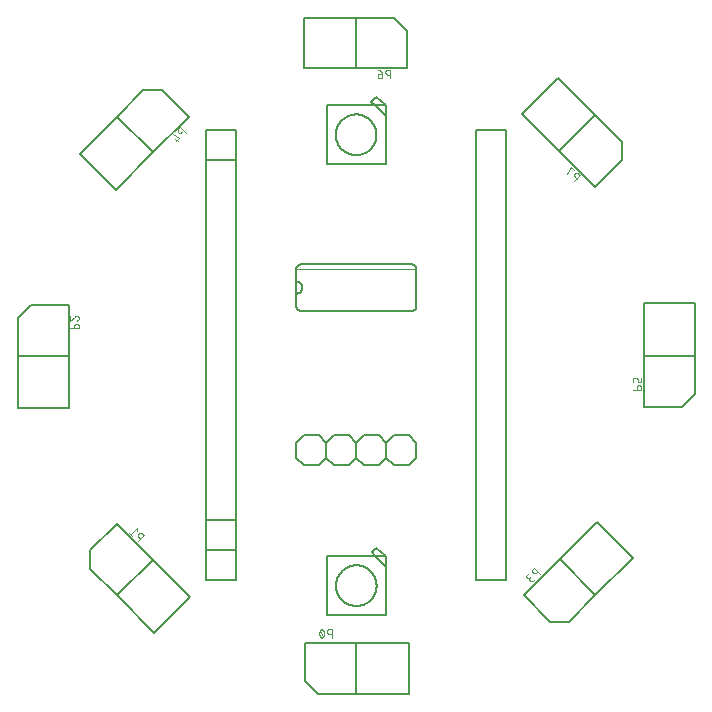
<source format=gbo>
G75*
%MOIN*%
%OFA0B0*%
%FSLAX25Y25*%
%IPPOS*%
%LPD*%
%AMOC8*
5,1,8,0,0,1.08239X$1,22.5*
%
%ADD10C,0.00600*%
%ADD11C,0.00200*%
%ADD12C,0.00500*%
D10*
X0101073Y0087294D02*
X0103573Y0084794D01*
X0108573Y0084794D01*
X0111073Y0087294D01*
X0113573Y0084794D01*
X0118573Y0084794D01*
X0121073Y0087294D01*
X0121073Y0092294D01*
X0118573Y0094794D01*
X0113573Y0094794D01*
X0111073Y0092294D01*
X0108573Y0094794D01*
X0103573Y0094794D01*
X0101073Y0092294D01*
X0101073Y0087294D01*
X0111073Y0087294D02*
X0111073Y0092294D01*
X0121073Y0092294D02*
X0123573Y0094794D01*
X0128573Y0094794D01*
X0131073Y0092294D01*
X0133573Y0094794D01*
X0138573Y0094794D01*
X0141073Y0092294D01*
X0141073Y0087294D01*
X0138573Y0084794D01*
X0133573Y0084794D01*
X0131073Y0087294D01*
X0131073Y0092294D01*
X0131073Y0087294D02*
X0128573Y0084794D01*
X0123573Y0084794D01*
X0121073Y0087294D01*
X0102620Y0136385D02*
X0139620Y0136385D01*
X0139696Y0136387D01*
X0139772Y0136393D01*
X0139847Y0136402D01*
X0139922Y0136416D01*
X0139996Y0136433D01*
X0140069Y0136454D01*
X0140141Y0136478D01*
X0140212Y0136507D01*
X0140281Y0136538D01*
X0140348Y0136573D01*
X0140413Y0136612D01*
X0140477Y0136654D01*
X0140538Y0136699D01*
X0140597Y0136747D01*
X0140653Y0136798D01*
X0140707Y0136852D01*
X0140758Y0136908D01*
X0140806Y0136967D01*
X0140851Y0137028D01*
X0140893Y0137092D01*
X0140932Y0137157D01*
X0140967Y0137224D01*
X0140998Y0137293D01*
X0141027Y0137364D01*
X0141051Y0137436D01*
X0141072Y0137509D01*
X0141089Y0137583D01*
X0141103Y0137658D01*
X0141112Y0137733D01*
X0141118Y0137809D01*
X0141120Y0137885D01*
X0141120Y0150285D01*
X0141118Y0150361D01*
X0141112Y0150437D01*
X0141103Y0150512D01*
X0141089Y0150587D01*
X0141072Y0150661D01*
X0141051Y0150734D01*
X0141027Y0150806D01*
X0140998Y0150877D01*
X0140967Y0150946D01*
X0140932Y0151013D01*
X0140893Y0151078D01*
X0140851Y0151142D01*
X0140806Y0151203D01*
X0140758Y0151262D01*
X0140707Y0151318D01*
X0140653Y0151372D01*
X0140597Y0151423D01*
X0140538Y0151471D01*
X0140477Y0151516D01*
X0140413Y0151558D01*
X0140348Y0151597D01*
X0140281Y0151632D01*
X0140212Y0151663D01*
X0140141Y0151692D01*
X0140069Y0151716D01*
X0139996Y0151737D01*
X0139922Y0151754D01*
X0139847Y0151768D01*
X0139772Y0151777D01*
X0139696Y0151783D01*
X0139620Y0151785D01*
X0102620Y0151785D01*
X0102544Y0151783D01*
X0102468Y0151777D01*
X0102393Y0151768D01*
X0102318Y0151754D01*
X0102244Y0151737D01*
X0102171Y0151716D01*
X0102099Y0151692D01*
X0102028Y0151663D01*
X0101959Y0151632D01*
X0101892Y0151597D01*
X0101827Y0151558D01*
X0101763Y0151516D01*
X0101702Y0151471D01*
X0101643Y0151423D01*
X0101587Y0151372D01*
X0101533Y0151318D01*
X0101482Y0151262D01*
X0101434Y0151203D01*
X0101389Y0151142D01*
X0101347Y0151078D01*
X0101308Y0151013D01*
X0101273Y0150946D01*
X0101242Y0150877D01*
X0101213Y0150806D01*
X0101189Y0150734D01*
X0101168Y0150661D01*
X0101151Y0150587D01*
X0101137Y0150512D01*
X0101128Y0150437D01*
X0101122Y0150361D01*
X0101120Y0150285D01*
X0101120Y0146085D01*
X0101120Y0142085D01*
X0101120Y0137885D01*
X0101122Y0137809D01*
X0101128Y0137733D01*
X0101137Y0137658D01*
X0101151Y0137583D01*
X0101168Y0137509D01*
X0101189Y0137436D01*
X0101213Y0137364D01*
X0101242Y0137293D01*
X0101273Y0137224D01*
X0101308Y0137157D01*
X0101347Y0137092D01*
X0101389Y0137028D01*
X0101434Y0136967D01*
X0101482Y0136908D01*
X0101533Y0136852D01*
X0101587Y0136798D01*
X0101643Y0136747D01*
X0101702Y0136699D01*
X0101763Y0136654D01*
X0101827Y0136612D01*
X0101892Y0136573D01*
X0101959Y0136538D01*
X0102028Y0136507D01*
X0102099Y0136478D01*
X0102171Y0136454D01*
X0102244Y0136433D01*
X0102318Y0136416D01*
X0102393Y0136402D01*
X0102468Y0136393D01*
X0102544Y0136387D01*
X0102620Y0136385D01*
X0101120Y0142085D02*
X0101208Y0142087D01*
X0101297Y0142093D01*
X0101385Y0142103D01*
X0101472Y0142116D01*
X0101559Y0142134D01*
X0101645Y0142155D01*
X0101730Y0142180D01*
X0101813Y0142209D01*
X0101896Y0142242D01*
X0101976Y0142278D01*
X0102055Y0142317D01*
X0102133Y0142360D01*
X0102208Y0142407D01*
X0102281Y0142457D01*
X0102352Y0142510D01*
X0102421Y0142566D01*
X0102487Y0142625D01*
X0102550Y0142687D01*
X0102610Y0142751D01*
X0102668Y0142818D01*
X0102722Y0142888D01*
X0102774Y0142960D01*
X0102822Y0143034D01*
X0102867Y0143111D01*
X0102908Y0143189D01*
X0102946Y0143269D01*
X0102980Y0143350D01*
X0103011Y0143433D01*
X0103038Y0143518D01*
X0103061Y0143603D01*
X0103080Y0143689D01*
X0103096Y0143777D01*
X0103108Y0143864D01*
X0103116Y0143952D01*
X0103120Y0144041D01*
X0103120Y0144129D01*
X0103116Y0144218D01*
X0103108Y0144306D01*
X0103096Y0144393D01*
X0103080Y0144481D01*
X0103061Y0144567D01*
X0103038Y0144652D01*
X0103011Y0144737D01*
X0102980Y0144820D01*
X0102946Y0144901D01*
X0102908Y0144981D01*
X0102867Y0145059D01*
X0102822Y0145136D01*
X0102774Y0145210D01*
X0102722Y0145282D01*
X0102668Y0145352D01*
X0102610Y0145419D01*
X0102550Y0145483D01*
X0102487Y0145545D01*
X0102421Y0145604D01*
X0102352Y0145660D01*
X0102281Y0145713D01*
X0102208Y0145763D01*
X0102133Y0145810D01*
X0102055Y0145853D01*
X0101976Y0145892D01*
X0101896Y0145928D01*
X0101813Y0145961D01*
X0101730Y0145990D01*
X0101645Y0146015D01*
X0101559Y0146036D01*
X0101472Y0146054D01*
X0101385Y0146067D01*
X0101297Y0146077D01*
X0101208Y0146083D01*
X0101120Y0146085D01*
D11*
X0101120Y0150385D02*
X0141120Y0150385D01*
X0191311Y0181891D02*
X0192741Y0184421D01*
X0193841Y0183321D01*
X0193621Y0183101D01*
X0195110Y0182051D02*
X0195660Y0181501D01*
X0193680Y0179521D01*
X0194560Y0180401D02*
X0194010Y0180951D01*
X0193972Y0180992D01*
X0193937Y0181035D01*
X0193906Y0181080D01*
X0193877Y0181128D01*
X0193852Y0181178D01*
X0193831Y0181229D01*
X0193814Y0181282D01*
X0193800Y0181336D01*
X0193790Y0181390D01*
X0193784Y0181445D01*
X0193782Y0181501D01*
X0193784Y0181557D01*
X0193790Y0181612D01*
X0193800Y0181666D01*
X0193814Y0181720D01*
X0193831Y0181773D01*
X0193852Y0181824D01*
X0193877Y0181874D01*
X0193906Y0181922D01*
X0193937Y0181967D01*
X0193972Y0182010D01*
X0194010Y0182051D01*
X0194051Y0182089D01*
X0194094Y0182124D01*
X0194139Y0182155D01*
X0194187Y0182184D01*
X0194237Y0182209D01*
X0194288Y0182230D01*
X0194341Y0182247D01*
X0194395Y0182261D01*
X0194449Y0182271D01*
X0194504Y0182277D01*
X0194560Y0182279D01*
X0194616Y0182277D01*
X0194671Y0182271D01*
X0194725Y0182261D01*
X0194779Y0182247D01*
X0194832Y0182230D01*
X0194883Y0182209D01*
X0194933Y0182184D01*
X0194981Y0182155D01*
X0195026Y0182124D01*
X0195069Y0182089D01*
X0195110Y0182051D01*
X0132323Y0213806D02*
X0132323Y0216606D01*
X0131545Y0216606D01*
X0131489Y0216604D01*
X0131434Y0216598D01*
X0131380Y0216588D01*
X0131326Y0216574D01*
X0131273Y0216557D01*
X0131222Y0216536D01*
X0131172Y0216511D01*
X0131124Y0216482D01*
X0131079Y0216451D01*
X0131036Y0216416D01*
X0130995Y0216378D01*
X0130957Y0216337D01*
X0130922Y0216294D01*
X0130891Y0216249D01*
X0130862Y0216201D01*
X0130837Y0216151D01*
X0130816Y0216100D01*
X0130799Y0216047D01*
X0130785Y0215993D01*
X0130775Y0215939D01*
X0130769Y0215884D01*
X0130767Y0215828D01*
X0130769Y0215772D01*
X0130775Y0215717D01*
X0130785Y0215663D01*
X0130799Y0215609D01*
X0130816Y0215556D01*
X0130837Y0215505D01*
X0130862Y0215455D01*
X0130891Y0215407D01*
X0130922Y0215362D01*
X0130957Y0215319D01*
X0130995Y0215278D01*
X0131036Y0215240D01*
X0131079Y0215205D01*
X0131124Y0215174D01*
X0131172Y0215145D01*
X0131222Y0215120D01*
X0131273Y0215099D01*
X0131326Y0215082D01*
X0131380Y0215068D01*
X0131434Y0215058D01*
X0131489Y0215052D01*
X0131545Y0215050D01*
X0132323Y0215050D01*
X0129749Y0215361D02*
X0129749Y0214583D01*
X0129750Y0214583D02*
X0129748Y0214527D01*
X0129742Y0214472D01*
X0129732Y0214418D01*
X0129718Y0214364D01*
X0129701Y0214311D01*
X0129680Y0214260D01*
X0129655Y0214210D01*
X0129626Y0214162D01*
X0129595Y0214117D01*
X0129560Y0214074D01*
X0129522Y0214033D01*
X0129481Y0213995D01*
X0129438Y0213960D01*
X0129393Y0213929D01*
X0129345Y0213900D01*
X0129295Y0213875D01*
X0129244Y0213854D01*
X0129191Y0213837D01*
X0129137Y0213823D01*
X0129083Y0213813D01*
X0129028Y0213807D01*
X0128972Y0213805D01*
X0128916Y0213807D01*
X0128861Y0213813D01*
X0128807Y0213823D01*
X0128753Y0213837D01*
X0128700Y0213854D01*
X0128649Y0213875D01*
X0128599Y0213900D01*
X0128551Y0213929D01*
X0128506Y0213960D01*
X0128463Y0213995D01*
X0128422Y0214033D01*
X0128384Y0214074D01*
X0128349Y0214117D01*
X0128318Y0214162D01*
X0128289Y0214210D01*
X0128264Y0214260D01*
X0128243Y0214311D01*
X0128226Y0214364D01*
X0128212Y0214418D01*
X0128202Y0214472D01*
X0128196Y0214527D01*
X0128194Y0214583D01*
X0128194Y0214739D01*
X0128196Y0214788D01*
X0128202Y0214836D01*
X0128211Y0214884D01*
X0128224Y0214931D01*
X0128241Y0214977D01*
X0128262Y0215021D01*
X0128286Y0215064D01*
X0128313Y0215105D01*
X0128343Y0215143D01*
X0128376Y0215179D01*
X0128412Y0215212D01*
X0128450Y0215242D01*
X0128491Y0215269D01*
X0128534Y0215293D01*
X0128578Y0215314D01*
X0128624Y0215331D01*
X0128671Y0215344D01*
X0128719Y0215353D01*
X0128767Y0215359D01*
X0128816Y0215361D01*
X0129749Y0215361D01*
X0129747Y0215431D01*
X0129741Y0215500D01*
X0129731Y0215569D01*
X0129718Y0215638D01*
X0129700Y0215705D01*
X0129679Y0215772D01*
X0129654Y0215837D01*
X0129626Y0215901D01*
X0129594Y0215963D01*
X0129558Y0216023D01*
X0129520Y0216081D01*
X0129478Y0216137D01*
X0129433Y0216190D01*
X0129385Y0216241D01*
X0129334Y0216289D01*
X0129281Y0216334D01*
X0129225Y0216376D01*
X0129167Y0216414D01*
X0129107Y0216450D01*
X0129045Y0216482D01*
X0128981Y0216510D01*
X0128916Y0216535D01*
X0128849Y0216556D01*
X0128782Y0216574D01*
X0128713Y0216587D01*
X0128644Y0216597D01*
X0128575Y0216603D01*
X0128505Y0216605D01*
X0064323Y0195472D02*
X0062344Y0197452D01*
X0061794Y0196902D01*
X0061756Y0196861D01*
X0061721Y0196818D01*
X0061690Y0196773D01*
X0061661Y0196725D01*
X0061636Y0196675D01*
X0061615Y0196624D01*
X0061598Y0196571D01*
X0061584Y0196517D01*
X0061574Y0196463D01*
X0061568Y0196408D01*
X0061566Y0196352D01*
X0061568Y0196296D01*
X0061574Y0196241D01*
X0061584Y0196187D01*
X0061598Y0196133D01*
X0061615Y0196080D01*
X0061636Y0196029D01*
X0061661Y0195979D01*
X0061690Y0195931D01*
X0061721Y0195886D01*
X0061756Y0195843D01*
X0061794Y0195802D01*
X0061835Y0195764D01*
X0061878Y0195729D01*
X0061923Y0195698D01*
X0061971Y0195669D01*
X0062021Y0195644D01*
X0062072Y0195623D01*
X0062125Y0195606D01*
X0062179Y0195592D01*
X0062233Y0195582D01*
X0062288Y0195576D01*
X0062344Y0195574D01*
X0062400Y0195576D01*
X0062455Y0195582D01*
X0062509Y0195592D01*
X0062563Y0195606D01*
X0062616Y0195623D01*
X0062667Y0195644D01*
X0062717Y0195669D01*
X0062765Y0195698D01*
X0062810Y0195729D01*
X0062853Y0195764D01*
X0062894Y0195802D01*
X0063443Y0196352D01*
X0062064Y0194092D02*
X0060084Y0195192D01*
X0060854Y0193762D02*
X0061734Y0192882D01*
X0060964Y0192992D02*
X0062064Y0194092D01*
X0027394Y0134375D02*
X0025839Y0133053D01*
X0025839Y0134608D01*
X0028017Y0133053D02*
X0028070Y0133072D01*
X0028122Y0133094D01*
X0028172Y0133120D01*
X0028221Y0133149D01*
X0028268Y0133180D01*
X0028313Y0133215D01*
X0028355Y0133252D01*
X0028395Y0133292D01*
X0028432Y0133335D01*
X0028467Y0133379D01*
X0028499Y0133426D01*
X0028528Y0133475D01*
X0028553Y0133525D01*
X0028576Y0133577D01*
X0028595Y0133630D01*
X0028611Y0133684D01*
X0028623Y0133739D01*
X0028632Y0133795D01*
X0028637Y0133852D01*
X0028639Y0133908D01*
X0028637Y0133958D01*
X0028632Y0134008D01*
X0028623Y0134057D01*
X0028611Y0134105D01*
X0028595Y0134153D01*
X0028576Y0134199D01*
X0028553Y0134243D01*
X0028528Y0134286D01*
X0028499Y0134327D01*
X0028468Y0134366D01*
X0028434Y0134403D01*
X0028397Y0134437D01*
X0028358Y0134468D01*
X0028317Y0134497D01*
X0028274Y0134522D01*
X0028230Y0134545D01*
X0028184Y0134564D01*
X0028136Y0134580D01*
X0028088Y0134592D01*
X0028039Y0134601D01*
X0027989Y0134606D01*
X0027939Y0134608D01*
X0027888Y0134606D01*
X0027838Y0134601D01*
X0027788Y0134593D01*
X0027738Y0134581D01*
X0027690Y0134566D01*
X0027643Y0134547D01*
X0027597Y0134526D01*
X0027552Y0134501D01*
X0027510Y0134474D01*
X0027469Y0134443D01*
X0027431Y0134410D01*
X0027394Y0134375D01*
X0027083Y0131257D02*
X0027083Y0130479D01*
X0027083Y0131257D02*
X0027085Y0131313D01*
X0027091Y0131368D01*
X0027101Y0131422D01*
X0027115Y0131476D01*
X0027132Y0131529D01*
X0027153Y0131580D01*
X0027178Y0131630D01*
X0027207Y0131678D01*
X0027238Y0131723D01*
X0027273Y0131766D01*
X0027311Y0131807D01*
X0027352Y0131845D01*
X0027395Y0131880D01*
X0027440Y0131911D01*
X0027488Y0131940D01*
X0027538Y0131965D01*
X0027589Y0131986D01*
X0027642Y0132003D01*
X0027696Y0132017D01*
X0027750Y0132027D01*
X0027805Y0132033D01*
X0027861Y0132035D01*
X0027917Y0132033D01*
X0027972Y0132027D01*
X0028026Y0132017D01*
X0028080Y0132003D01*
X0028133Y0131986D01*
X0028184Y0131965D01*
X0028234Y0131940D01*
X0028282Y0131911D01*
X0028327Y0131880D01*
X0028370Y0131845D01*
X0028411Y0131807D01*
X0028449Y0131766D01*
X0028484Y0131723D01*
X0028515Y0131678D01*
X0028544Y0131630D01*
X0028569Y0131580D01*
X0028590Y0131529D01*
X0028607Y0131476D01*
X0028621Y0131422D01*
X0028631Y0131368D01*
X0028637Y0131313D01*
X0028639Y0131257D01*
X0028639Y0130479D01*
X0025839Y0130479D01*
X0047869Y0063854D02*
X0045889Y0061874D01*
X0046439Y0061324D02*
X0045339Y0062424D01*
X0047979Y0062864D02*
X0047869Y0063854D01*
X0049688Y0062034D02*
X0050238Y0061484D01*
X0048258Y0059504D01*
X0049138Y0060384D02*
X0048588Y0060934D01*
X0048550Y0060975D01*
X0048515Y0061018D01*
X0048484Y0061063D01*
X0048455Y0061111D01*
X0048430Y0061161D01*
X0048409Y0061212D01*
X0048392Y0061265D01*
X0048378Y0061319D01*
X0048368Y0061373D01*
X0048362Y0061428D01*
X0048360Y0061484D01*
X0048362Y0061540D01*
X0048368Y0061595D01*
X0048378Y0061649D01*
X0048392Y0061703D01*
X0048409Y0061756D01*
X0048430Y0061807D01*
X0048455Y0061857D01*
X0048484Y0061905D01*
X0048515Y0061950D01*
X0048550Y0061993D01*
X0048588Y0062034D01*
X0048629Y0062072D01*
X0048672Y0062107D01*
X0048717Y0062138D01*
X0048765Y0062167D01*
X0048815Y0062192D01*
X0048866Y0062213D01*
X0048919Y0062230D01*
X0048973Y0062244D01*
X0049027Y0062254D01*
X0049082Y0062260D01*
X0049138Y0062262D01*
X0049194Y0062260D01*
X0049249Y0062254D01*
X0049303Y0062244D01*
X0049357Y0062230D01*
X0049410Y0062213D01*
X0049461Y0062192D01*
X0049511Y0062167D01*
X0049559Y0062138D01*
X0049604Y0062107D01*
X0049647Y0062072D01*
X0049688Y0062034D01*
X0110335Y0028771D02*
X0110333Y0028676D01*
X0110327Y0028581D01*
X0110317Y0028486D01*
X0110304Y0028392D01*
X0110286Y0028299D01*
X0110265Y0028206D01*
X0110240Y0028114D01*
X0110211Y0028024D01*
X0110178Y0027934D01*
X0110142Y0027846D01*
X0110102Y0027760D01*
X0110180Y0027993D02*
X0108936Y0029549D01*
X0109013Y0029783D02*
X0109029Y0029824D01*
X0109049Y0029865D01*
X0109071Y0029903D01*
X0109096Y0029940D01*
X0109124Y0029975D01*
X0109155Y0030007D01*
X0109188Y0030037D01*
X0109223Y0030065D01*
X0109261Y0030089D01*
X0109300Y0030111D01*
X0109340Y0030129D01*
X0109382Y0030145D01*
X0109425Y0030156D01*
X0109469Y0030165D01*
X0109513Y0030170D01*
X0109558Y0030172D01*
X0109603Y0030170D01*
X0109647Y0030165D01*
X0109691Y0030156D01*
X0109734Y0030145D01*
X0109776Y0030129D01*
X0109816Y0030111D01*
X0109855Y0030089D01*
X0109893Y0030065D01*
X0109928Y0030037D01*
X0109961Y0030007D01*
X0109992Y0029975D01*
X0110020Y0029940D01*
X0110045Y0029903D01*
X0110067Y0029865D01*
X0110087Y0029824D01*
X0110103Y0029783D01*
X0109014Y0029782D02*
X0108974Y0029696D01*
X0108938Y0029608D01*
X0108905Y0029518D01*
X0108876Y0029428D01*
X0108851Y0029336D01*
X0108830Y0029243D01*
X0108812Y0029150D01*
X0108799Y0029056D01*
X0108789Y0028961D01*
X0108783Y0028866D01*
X0108781Y0028771D01*
X0110335Y0028771D02*
X0110333Y0028866D01*
X0110327Y0028961D01*
X0110317Y0029056D01*
X0110304Y0029150D01*
X0110286Y0029243D01*
X0110265Y0029336D01*
X0110240Y0029428D01*
X0110211Y0029518D01*
X0110178Y0029608D01*
X0110142Y0029696D01*
X0110102Y0029782D01*
X0108781Y0028771D02*
X0108783Y0028676D01*
X0108789Y0028581D01*
X0108799Y0028486D01*
X0108812Y0028392D01*
X0108830Y0028299D01*
X0108851Y0028206D01*
X0108876Y0028114D01*
X0108905Y0028024D01*
X0108938Y0027934D01*
X0108974Y0027846D01*
X0109014Y0027760D01*
X0109558Y0027371D02*
X0109603Y0027373D01*
X0109647Y0027378D01*
X0109691Y0027387D01*
X0109734Y0027398D01*
X0109776Y0027414D01*
X0109816Y0027432D01*
X0109855Y0027454D01*
X0109893Y0027478D01*
X0109928Y0027506D01*
X0109961Y0027536D01*
X0109992Y0027568D01*
X0110020Y0027603D01*
X0110045Y0027640D01*
X0110067Y0027678D01*
X0110087Y0027719D01*
X0110103Y0027760D01*
X0109558Y0027371D02*
X0109513Y0027373D01*
X0109469Y0027378D01*
X0109425Y0027387D01*
X0109382Y0027398D01*
X0109340Y0027414D01*
X0109300Y0027432D01*
X0109261Y0027454D01*
X0109223Y0027478D01*
X0109188Y0027506D01*
X0109155Y0027536D01*
X0109124Y0027568D01*
X0109096Y0027603D01*
X0109071Y0027640D01*
X0109049Y0027678D01*
X0109029Y0027719D01*
X0109013Y0027760D01*
X0112131Y0028616D02*
X0112909Y0028616D01*
X0112131Y0028615D02*
X0112075Y0028617D01*
X0112020Y0028623D01*
X0111966Y0028633D01*
X0111912Y0028647D01*
X0111859Y0028664D01*
X0111808Y0028685D01*
X0111758Y0028710D01*
X0111710Y0028739D01*
X0111665Y0028770D01*
X0111622Y0028805D01*
X0111581Y0028843D01*
X0111543Y0028884D01*
X0111508Y0028927D01*
X0111477Y0028972D01*
X0111448Y0029020D01*
X0111423Y0029070D01*
X0111402Y0029121D01*
X0111385Y0029174D01*
X0111371Y0029228D01*
X0111361Y0029282D01*
X0111355Y0029337D01*
X0111353Y0029393D01*
X0111355Y0029449D01*
X0111361Y0029504D01*
X0111371Y0029558D01*
X0111385Y0029612D01*
X0111402Y0029665D01*
X0111423Y0029716D01*
X0111448Y0029766D01*
X0111477Y0029814D01*
X0111508Y0029859D01*
X0111543Y0029902D01*
X0111581Y0029943D01*
X0111622Y0029981D01*
X0111665Y0030016D01*
X0111710Y0030047D01*
X0111758Y0030076D01*
X0111808Y0030101D01*
X0111859Y0030122D01*
X0111912Y0030139D01*
X0111966Y0030153D01*
X0112020Y0030163D01*
X0112075Y0030169D01*
X0112131Y0030171D01*
X0112909Y0030171D01*
X0112909Y0027371D01*
X0177974Y0048239D02*
X0178634Y0048899D01*
X0177974Y0048239D02*
X0177941Y0048203D01*
X0177911Y0048165D01*
X0177884Y0048124D01*
X0177860Y0048081D01*
X0177839Y0048037D01*
X0177822Y0047991D01*
X0177809Y0047944D01*
X0177800Y0047896D01*
X0177794Y0047848D01*
X0177792Y0047799D01*
X0177794Y0047750D01*
X0177800Y0047702D01*
X0177809Y0047654D01*
X0177822Y0047607D01*
X0177839Y0047561D01*
X0177860Y0047517D01*
X0177884Y0047474D01*
X0177911Y0047433D01*
X0177941Y0047395D01*
X0177974Y0047359D01*
X0178010Y0047326D01*
X0178048Y0047296D01*
X0178089Y0047269D01*
X0178132Y0047245D01*
X0178176Y0047224D01*
X0178222Y0047207D01*
X0178269Y0047194D01*
X0178317Y0047185D01*
X0178365Y0047179D01*
X0178414Y0047177D01*
X0178463Y0047179D01*
X0178511Y0047185D01*
X0178559Y0047194D01*
X0178606Y0047207D01*
X0178652Y0047224D01*
X0178696Y0047245D01*
X0178739Y0047269D01*
X0178780Y0047296D01*
X0178818Y0047326D01*
X0178854Y0047359D01*
X0179294Y0047799D01*
X0178963Y0047469D02*
X0178926Y0047429D01*
X0178892Y0047387D01*
X0178861Y0047343D01*
X0178833Y0047296D01*
X0178808Y0047248D01*
X0178787Y0047198D01*
X0178769Y0047146D01*
X0178755Y0047094D01*
X0178745Y0047041D01*
X0178738Y0046987D01*
X0178735Y0046933D01*
X0178736Y0046878D01*
X0178741Y0046824D01*
X0178749Y0046771D01*
X0178762Y0046718D01*
X0178777Y0046666D01*
X0178797Y0046615D01*
X0178820Y0046566D01*
X0178846Y0046518D01*
X0178876Y0046473D01*
X0178908Y0046429D01*
X0178944Y0046388D01*
X0178982Y0046350D01*
X0179023Y0046314D01*
X0179067Y0046282D01*
X0179112Y0046252D01*
X0179160Y0046226D01*
X0179209Y0046203D01*
X0179260Y0046183D01*
X0179312Y0046168D01*
X0179365Y0046155D01*
X0179418Y0046147D01*
X0179472Y0046142D01*
X0179527Y0046141D01*
X0179581Y0046144D01*
X0179635Y0046151D01*
X0179688Y0046161D01*
X0179740Y0046175D01*
X0179792Y0046193D01*
X0179842Y0046214D01*
X0179890Y0046239D01*
X0179937Y0046267D01*
X0179981Y0046298D01*
X0180023Y0046332D01*
X0180063Y0046369D01*
X0180613Y0046919D01*
X0181003Y0049069D02*
X0181553Y0049619D01*
X0181003Y0049069D02*
X0180962Y0049031D01*
X0180919Y0048996D01*
X0180874Y0048965D01*
X0180826Y0048936D01*
X0180776Y0048911D01*
X0180725Y0048890D01*
X0180672Y0048873D01*
X0180618Y0048859D01*
X0180564Y0048849D01*
X0180509Y0048843D01*
X0180453Y0048841D01*
X0180397Y0048843D01*
X0180342Y0048849D01*
X0180288Y0048859D01*
X0180234Y0048873D01*
X0180181Y0048890D01*
X0180130Y0048911D01*
X0180080Y0048936D01*
X0180032Y0048965D01*
X0179987Y0048996D01*
X0179944Y0049031D01*
X0179903Y0049069D01*
X0179865Y0049110D01*
X0179830Y0049153D01*
X0179799Y0049198D01*
X0179770Y0049246D01*
X0179745Y0049296D01*
X0179724Y0049347D01*
X0179707Y0049400D01*
X0179693Y0049454D01*
X0179683Y0049508D01*
X0179677Y0049563D01*
X0179675Y0049619D01*
X0179677Y0049675D01*
X0179683Y0049730D01*
X0179693Y0049784D01*
X0179707Y0049838D01*
X0179724Y0049891D01*
X0179745Y0049942D01*
X0179770Y0049992D01*
X0179799Y0050040D01*
X0179830Y0050085D01*
X0179865Y0050128D01*
X0179903Y0050169D01*
X0180453Y0050719D01*
X0182433Y0048739D01*
X0213307Y0109939D02*
X0216107Y0109939D01*
X0216107Y0110716D01*
X0216108Y0110716D02*
X0216106Y0110772D01*
X0216100Y0110827D01*
X0216090Y0110881D01*
X0216076Y0110935D01*
X0216059Y0110988D01*
X0216038Y0111039D01*
X0216013Y0111089D01*
X0215984Y0111137D01*
X0215953Y0111182D01*
X0215918Y0111225D01*
X0215880Y0111266D01*
X0215839Y0111304D01*
X0215796Y0111339D01*
X0215751Y0111370D01*
X0215703Y0111399D01*
X0215653Y0111424D01*
X0215602Y0111445D01*
X0215549Y0111462D01*
X0215495Y0111476D01*
X0215441Y0111486D01*
X0215386Y0111492D01*
X0215330Y0111494D01*
X0215274Y0111492D01*
X0215219Y0111486D01*
X0215165Y0111476D01*
X0215111Y0111462D01*
X0215058Y0111445D01*
X0215007Y0111424D01*
X0214957Y0111399D01*
X0214909Y0111370D01*
X0214864Y0111339D01*
X0214821Y0111304D01*
X0214780Y0111266D01*
X0214742Y0111225D01*
X0214707Y0111182D01*
X0214676Y0111137D01*
X0214647Y0111089D01*
X0214622Y0111039D01*
X0214601Y0110988D01*
X0214584Y0110935D01*
X0214570Y0110881D01*
X0214560Y0110827D01*
X0214554Y0110772D01*
X0214552Y0110716D01*
X0214552Y0109939D01*
X0214863Y0112512D02*
X0216107Y0112512D01*
X0216107Y0114067D01*
X0214863Y0113445D02*
X0214863Y0112512D01*
X0214863Y0113445D02*
X0214861Y0113494D01*
X0214855Y0113542D01*
X0214846Y0113590D01*
X0214833Y0113637D01*
X0214816Y0113683D01*
X0214795Y0113727D01*
X0214771Y0113770D01*
X0214744Y0113811D01*
X0214714Y0113849D01*
X0214681Y0113885D01*
X0214645Y0113918D01*
X0214607Y0113948D01*
X0214566Y0113975D01*
X0214523Y0113999D01*
X0214479Y0114020D01*
X0214433Y0114037D01*
X0214386Y0114050D01*
X0214338Y0114059D01*
X0214290Y0114065D01*
X0214241Y0114067D01*
X0213930Y0114067D01*
X0213881Y0114065D01*
X0213833Y0114059D01*
X0213785Y0114050D01*
X0213738Y0114037D01*
X0213692Y0114020D01*
X0213648Y0113999D01*
X0213605Y0113975D01*
X0213564Y0113948D01*
X0213526Y0113918D01*
X0213490Y0113885D01*
X0213457Y0113849D01*
X0213427Y0113811D01*
X0213400Y0113770D01*
X0213376Y0113727D01*
X0213355Y0113683D01*
X0213338Y0113637D01*
X0213325Y0113590D01*
X0213316Y0113542D01*
X0213310Y0113494D01*
X0213308Y0113445D01*
X0213307Y0113445D02*
X0213307Y0112512D01*
D12*
X0041335Y0041495D02*
X0041289Y0041449D01*
X0032381Y0050358D01*
X0032381Y0056482D01*
X0041289Y0065391D01*
X0053260Y0053420D01*
X0065648Y0041032D01*
X0053677Y0029061D01*
X0041289Y0041449D01*
X0041335Y0041495D02*
X0053260Y0053420D01*
X0053285Y0053445D01*
X0071008Y0056435D02*
X0071008Y0046435D01*
X0081008Y0046435D01*
X0081008Y0056435D01*
X0071008Y0056435D01*
X0071008Y0066435D01*
X0081008Y0066435D01*
X0081008Y0186435D01*
X0071008Y0186435D01*
X0071008Y0196435D01*
X0081008Y0196435D01*
X0081008Y0186435D01*
X0071008Y0186435D02*
X0071008Y0066435D01*
X0081008Y0066435D02*
X0081008Y0056435D01*
X0111256Y0054591D02*
X0111256Y0034906D01*
X0130941Y0034906D01*
X0130941Y0051047D01*
X0127398Y0054591D01*
X0126217Y0055772D01*
X0127792Y0057347D01*
X0130941Y0054591D01*
X0127398Y0054591D01*
X0111256Y0054591D01*
X0114326Y0044748D02*
X0114328Y0044914D01*
X0114334Y0045080D01*
X0114344Y0045246D01*
X0114359Y0045412D01*
X0114377Y0045577D01*
X0114399Y0045742D01*
X0114426Y0045906D01*
X0114456Y0046069D01*
X0114491Y0046232D01*
X0114529Y0046394D01*
X0114571Y0046554D01*
X0114618Y0046714D01*
X0114668Y0046873D01*
X0114722Y0047030D01*
X0114780Y0047186D01*
X0114842Y0047340D01*
X0114907Y0047493D01*
X0114976Y0047644D01*
X0115049Y0047793D01*
X0115126Y0047941D01*
X0115206Y0048086D01*
X0115290Y0048230D01*
X0115377Y0048372D01*
X0115467Y0048511D01*
X0115561Y0048648D01*
X0115659Y0048783D01*
X0115760Y0048915D01*
X0115863Y0049045D01*
X0115970Y0049172D01*
X0116081Y0049296D01*
X0116194Y0049418D01*
X0116310Y0049537D01*
X0116429Y0049653D01*
X0116551Y0049766D01*
X0116675Y0049877D01*
X0116802Y0049984D01*
X0116932Y0050087D01*
X0117064Y0050188D01*
X0117199Y0050286D01*
X0117336Y0050380D01*
X0117475Y0050470D01*
X0117617Y0050557D01*
X0117761Y0050641D01*
X0117906Y0050721D01*
X0118054Y0050798D01*
X0118203Y0050871D01*
X0118354Y0050940D01*
X0118507Y0051005D01*
X0118661Y0051067D01*
X0118817Y0051125D01*
X0118974Y0051179D01*
X0119133Y0051229D01*
X0119293Y0051276D01*
X0119453Y0051318D01*
X0119615Y0051356D01*
X0119778Y0051391D01*
X0119941Y0051421D01*
X0120105Y0051448D01*
X0120270Y0051470D01*
X0120435Y0051488D01*
X0120601Y0051503D01*
X0120767Y0051513D01*
X0120933Y0051519D01*
X0121099Y0051521D01*
X0121265Y0051519D01*
X0121431Y0051513D01*
X0121597Y0051503D01*
X0121763Y0051488D01*
X0121928Y0051470D01*
X0122093Y0051448D01*
X0122257Y0051421D01*
X0122420Y0051391D01*
X0122583Y0051356D01*
X0122745Y0051318D01*
X0122905Y0051276D01*
X0123065Y0051229D01*
X0123224Y0051179D01*
X0123381Y0051125D01*
X0123537Y0051067D01*
X0123691Y0051005D01*
X0123844Y0050940D01*
X0123995Y0050871D01*
X0124144Y0050798D01*
X0124292Y0050721D01*
X0124437Y0050641D01*
X0124581Y0050557D01*
X0124723Y0050470D01*
X0124862Y0050380D01*
X0124999Y0050286D01*
X0125134Y0050188D01*
X0125266Y0050087D01*
X0125396Y0049984D01*
X0125523Y0049877D01*
X0125647Y0049766D01*
X0125769Y0049653D01*
X0125888Y0049537D01*
X0126004Y0049418D01*
X0126117Y0049296D01*
X0126228Y0049172D01*
X0126335Y0049045D01*
X0126438Y0048915D01*
X0126539Y0048783D01*
X0126637Y0048648D01*
X0126731Y0048511D01*
X0126821Y0048372D01*
X0126908Y0048230D01*
X0126992Y0048086D01*
X0127072Y0047941D01*
X0127149Y0047793D01*
X0127222Y0047644D01*
X0127291Y0047493D01*
X0127356Y0047340D01*
X0127418Y0047186D01*
X0127476Y0047030D01*
X0127530Y0046873D01*
X0127580Y0046714D01*
X0127627Y0046554D01*
X0127669Y0046394D01*
X0127707Y0046232D01*
X0127742Y0046069D01*
X0127772Y0045906D01*
X0127799Y0045742D01*
X0127821Y0045577D01*
X0127839Y0045412D01*
X0127854Y0045246D01*
X0127864Y0045080D01*
X0127870Y0044914D01*
X0127872Y0044748D01*
X0127870Y0044582D01*
X0127864Y0044416D01*
X0127854Y0044250D01*
X0127839Y0044084D01*
X0127821Y0043919D01*
X0127799Y0043754D01*
X0127772Y0043590D01*
X0127742Y0043427D01*
X0127707Y0043264D01*
X0127669Y0043102D01*
X0127627Y0042942D01*
X0127580Y0042782D01*
X0127530Y0042623D01*
X0127476Y0042466D01*
X0127418Y0042310D01*
X0127356Y0042156D01*
X0127291Y0042003D01*
X0127222Y0041852D01*
X0127149Y0041703D01*
X0127072Y0041555D01*
X0126992Y0041410D01*
X0126908Y0041266D01*
X0126821Y0041124D01*
X0126731Y0040985D01*
X0126637Y0040848D01*
X0126539Y0040713D01*
X0126438Y0040581D01*
X0126335Y0040451D01*
X0126228Y0040324D01*
X0126117Y0040200D01*
X0126004Y0040078D01*
X0125888Y0039959D01*
X0125769Y0039843D01*
X0125647Y0039730D01*
X0125523Y0039619D01*
X0125396Y0039512D01*
X0125266Y0039409D01*
X0125134Y0039308D01*
X0124999Y0039210D01*
X0124862Y0039116D01*
X0124723Y0039026D01*
X0124581Y0038939D01*
X0124437Y0038855D01*
X0124292Y0038775D01*
X0124144Y0038698D01*
X0123995Y0038625D01*
X0123844Y0038556D01*
X0123691Y0038491D01*
X0123537Y0038429D01*
X0123381Y0038371D01*
X0123224Y0038317D01*
X0123065Y0038267D01*
X0122905Y0038220D01*
X0122745Y0038178D01*
X0122583Y0038140D01*
X0122420Y0038105D01*
X0122257Y0038075D01*
X0122093Y0038048D01*
X0121928Y0038026D01*
X0121763Y0038008D01*
X0121597Y0037993D01*
X0121431Y0037983D01*
X0121265Y0037977D01*
X0121099Y0037975D01*
X0120933Y0037977D01*
X0120767Y0037983D01*
X0120601Y0037993D01*
X0120435Y0038008D01*
X0120270Y0038026D01*
X0120105Y0038048D01*
X0119941Y0038075D01*
X0119778Y0038105D01*
X0119615Y0038140D01*
X0119453Y0038178D01*
X0119293Y0038220D01*
X0119133Y0038267D01*
X0118974Y0038317D01*
X0118817Y0038371D01*
X0118661Y0038429D01*
X0118507Y0038491D01*
X0118354Y0038556D01*
X0118203Y0038625D01*
X0118054Y0038698D01*
X0117906Y0038775D01*
X0117761Y0038855D01*
X0117617Y0038939D01*
X0117475Y0039026D01*
X0117336Y0039116D01*
X0117199Y0039210D01*
X0117064Y0039308D01*
X0116932Y0039409D01*
X0116802Y0039512D01*
X0116675Y0039619D01*
X0116551Y0039730D01*
X0116429Y0039843D01*
X0116310Y0039959D01*
X0116194Y0040078D01*
X0116081Y0040200D01*
X0115970Y0040324D01*
X0115863Y0040451D01*
X0115760Y0040581D01*
X0115659Y0040713D01*
X0115561Y0040848D01*
X0115467Y0040985D01*
X0115377Y0041124D01*
X0115290Y0041266D01*
X0115206Y0041410D01*
X0115126Y0041555D01*
X0115049Y0041703D01*
X0114976Y0041852D01*
X0114907Y0042003D01*
X0114842Y0042156D01*
X0114780Y0042310D01*
X0114722Y0042466D01*
X0114668Y0042623D01*
X0114618Y0042782D01*
X0114571Y0042942D01*
X0114529Y0043102D01*
X0114491Y0043264D01*
X0114456Y0043427D01*
X0114426Y0043590D01*
X0114399Y0043754D01*
X0114377Y0043919D01*
X0114359Y0044084D01*
X0114344Y0044250D01*
X0114334Y0044416D01*
X0114328Y0044582D01*
X0114326Y0044748D01*
X0130941Y0051047D02*
X0130941Y0054591D01*
X0138567Y0025430D02*
X0121047Y0025430D01*
X0104118Y0025430D01*
X0104118Y0012831D01*
X0108448Y0008501D01*
X0121047Y0008501D01*
X0121047Y0008565D01*
X0121047Y0025430D01*
X0121047Y0025465D01*
X0121047Y0008501D02*
X0138567Y0008501D01*
X0138567Y0025430D01*
X0161008Y0046435D02*
X0161008Y0196435D01*
X0171008Y0196435D01*
X0171008Y0046435D01*
X0161008Y0046435D01*
X0176917Y0041462D02*
X0188887Y0053433D01*
X0201276Y0065821D01*
X0213246Y0053850D01*
X0200858Y0041462D01*
X0200813Y0041508D01*
X0188887Y0053433D01*
X0188862Y0053458D01*
X0176917Y0041462D02*
X0185825Y0032554D01*
X0191950Y0032554D01*
X0200858Y0041462D01*
X0216957Y0104329D02*
X0216957Y0121259D01*
X0216957Y0138778D01*
X0233886Y0138778D01*
X0233886Y0121259D01*
X0233822Y0121259D01*
X0216957Y0121259D01*
X0216922Y0121259D01*
X0216957Y0104329D02*
X0229556Y0104329D01*
X0233886Y0108660D01*
X0233886Y0121259D01*
X0200708Y0177554D02*
X0188737Y0189525D01*
X0176349Y0201913D01*
X0188319Y0213884D01*
X0200708Y0201496D01*
X0200662Y0201450D01*
X0188737Y0189525D01*
X0188712Y0189500D01*
X0200708Y0177554D02*
X0209616Y0186463D01*
X0209616Y0192587D01*
X0200708Y0201496D01*
X0138045Y0217157D02*
X0121116Y0217157D01*
X0103596Y0217157D01*
X0103596Y0234086D01*
X0121116Y0234086D01*
X0121116Y0234022D01*
X0121116Y0217157D01*
X0121116Y0217122D01*
X0127765Y0207639D02*
X0126190Y0206065D01*
X0127371Y0204884D01*
X0130915Y0201340D01*
X0130915Y0204884D01*
X0127765Y0207639D01*
X0127371Y0204884D02*
X0111230Y0204884D01*
X0111230Y0185199D01*
X0130915Y0185199D01*
X0130915Y0201340D01*
X0130915Y0204884D02*
X0127371Y0204884D01*
X0114299Y0195041D02*
X0114301Y0195207D01*
X0114307Y0195373D01*
X0114317Y0195539D01*
X0114332Y0195705D01*
X0114350Y0195870D01*
X0114372Y0196035D01*
X0114399Y0196199D01*
X0114429Y0196362D01*
X0114464Y0196525D01*
X0114502Y0196687D01*
X0114544Y0196847D01*
X0114591Y0197007D01*
X0114641Y0197166D01*
X0114695Y0197323D01*
X0114753Y0197479D01*
X0114815Y0197633D01*
X0114880Y0197786D01*
X0114949Y0197937D01*
X0115022Y0198086D01*
X0115099Y0198234D01*
X0115179Y0198379D01*
X0115263Y0198523D01*
X0115350Y0198665D01*
X0115440Y0198804D01*
X0115534Y0198941D01*
X0115632Y0199076D01*
X0115733Y0199208D01*
X0115836Y0199338D01*
X0115943Y0199465D01*
X0116054Y0199589D01*
X0116167Y0199711D01*
X0116283Y0199830D01*
X0116402Y0199946D01*
X0116524Y0200059D01*
X0116648Y0200170D01*
X0116775Y0200277D01*
X0116905Y0200380D01*
X0117037Y0200481D01*
X0117172Y0200579D01*
X0117309Y0200673D01*
X0117448Y0200763D01*
X0117590Y0200850D01*
X0117734Y0200934D01*
X0117879Y0201014D01*
X0118027Y0201091D01*
X0118176Y0201164D01*
X0118327Y0201233D01*
X0118480Y0201298D01*
X0118634Y0201360D01*
X0118790Y0201418D01*
X0118947Y0201472D01*
X0119106Y0201522D01*
X0119266Y0201569D01*
X0119426Y0201611D01*
X0119588Y0201649D01*
X0119751Y0201684D01*
X0119914Y0201714D01*
X0120078Y0201741D01*
X0120243Y0201763D01*
X0120408Y0201781D01*
X0120574Y0201796D01*
X0120740Y0201806D01*
X0120906Y0201812D01*
X0121072Y0201814D01*
X0121238Y0201812D01*
X0121404Y0201806D01*
X0121570Y0201796D01*
X0121736Y0201781D01*
X0121901Y0201763D01*
X0122066Y0201741D01*
X0122230Y0201714D01*
X0122393Y0201684D01*
X0122556Y0201649D01*
X0122718Y0201611D01*
X0122878Y0201569D01*
X0123038Y0201522D01*
X0123197Y0201472D01*
X0123354Y0201418D01*
X0123510Y0201360D01*
X0123664Y0201298D01*
X0123817Y0201233D01*
X0123968Y0201164D01*
X0124117Y0201091D01*
X0124265Y0201014D01*
X0124410Y0200934D01*
X0124554Y0200850D01*
X0124696Y0200763D01*
X0124835Y0200673D01*
X0124972Y0200579D01*
X0125107Y0200481D01*
X0125239Y0200380D01*
X0125369Y0200277D01*
X0125496Y0200170D01*
X0125620Y0200059D01*
X0125742Y0199946D01*
X0125861Y0199830D01*
X0125977Y0199711D01*
X0126090Y0199589D01*
X0126201Y0199465D01*
X0126308Y0199338D01*
X0126411Y0199208D01*
X0126512Y0199076D01*
X0126610Y0198941D01*
X0126704Y0198804D01*
X0126794Y0198665D01*
X0126881Y0198523D01*
X0126965Y0198379D01*
X0127045Y0198234D01*
X0127122Y0198086D01*
X0127195Y0197937D01*
X0127264Y0197786D01*
X0127329Y0197633D01*
X0127391Y0197479D01*
X0127449Y0197323D01*
X0127503Y0197166D01*
X0127553Y0197007D01*
X0127600Y0196847D01*
X0127642Y0196687D01*
X0127680Y0196525D01*
X0127715Y0196362D01*
X0127745Y0196199D01*
X0127772Y0196035D01*
X0127794Y0195870D01*
X0127812Y0195705D01*
X0127827Y0195539D01*
X0127837Y0195373D01*
X0127843Y0195207D01*
X0127845Y0195041D01*
X0127843Y0194875D01*
X0127837Y0194709D01*
X0127827Y0194543D01*
X0127812Y0194377D01*
X0127794Y0194212D01*
X0127772Y0194047D01*
X0127745Y0193883D01*
X0127715Y0193720D01*
X0127680Y0193557D01*
X0127642Y0193395D01*
X0127600Y0193235D01*
X0127553Y0193075D01*
X0127503Y0192916D01*
X0127449Y0192759D01*
X0127391Y0192603D01*
X0127329Y0192449D01*
X0127264Y0192296D01*
X0127195Y0192145D01*
X0127122Y0191996D01*
X0127045Y0191848D01*
X0126965Y0191703D01*
X0126881Y0191559D01*
X0126794Y0191417D01*
X0126704Y0191278D01*
X0126610Y0191141D01*
X0126512Y0191006D01*
X0126411Y0190874D01*
X0126308Y0190744D01*
X0126201Y0190617D01*
X0126090Y0190493D01*
X0125977Y0190371D01*
X0125861Y0190252D01*
X0125742Y0190136D01*
X0125620Y0190023D01*
X0125496Y0189912D01*
X0125369Y0189805D01*
X0125239Y0189702D01*
X0125107Y0189601D01*
X0124972Y0189503D01*
X0124835Y0189409D01*
X0124696Y0189319D01*
X0124554Y0189232D01*
X0124410Y0189148D01*
X0124265Y0189068D01*
X0124117Y0188991D01*
X0123968Y0188918D01*
X0123817Y0188849D01*
X0123664Y0188784D01*
X0123510Y0188722D01*
X0123354Y0188664D01*
X0123197Y0188610D01*
X0123038Y0188560D01*
X0122878Y0188513D01*
X0122718Y0188471D01*
X0122556Y0188433D01*
X0122393Y0188398D01*
X0122230Y0188368D01*
X0122066Y0188341D01*
X0121901Y0188319D01*
X0121736Y0188301D01*
X0121570Y0188286D01*
X0121404Y0188276D01*
X0121238Y0188270D01*
X0121072Y0188268D01*
X0120906Y0188270D01*
X0120740Y0188276D01*
X0120574Y0188286D01*
X0120408Y0188301D01*
X0120243Y0188319D01*
X0120078Y0188341D01*
X0119914Y0188368D01*
X0119751Y0188398D01*
X0119588Y0188433D01*
X0119426Y0188471D01*
X0119266Y0188513D01*
X0119106Y0188560D01*
X0118947Y0188610D01*
X0118790Y0188664D01*
X0118634Y0188722D01*
X0118480Y0188784D01*
X0118327Y0188849D01*
X0118176Y0188918D01*
X0118027Y0188991D01*
X0117879Y0189068D01*
X0117734Y0189148D01*
X0117590Y0189232D01*
X0117448Y0189319D01*
X0117309Y0189409D01*
X0117172Y0189503D01*
X0117037Y0189601D01*
X0116905Y0189702D01*
X0116775Y0189805D01*
X0116648Y0189912D01*
X0116524Y0190023D01*
X0116402Y0190136D01*
X0116283Y0190252D01*
X0116167Y0190371D01*
X0116054Y0190493D01*
X0115943Y0190617D01*
X0115836Y0190744D01*
X0115733Y0190874D01*
X0115632Y0191006D01*
X0115534Y0191141D01*
X0115440Y0191278D01*
X0115350Y0191417D01*
X0115263Y0191559D01*
X0115179Y0191703D01*
X0115099Y0191848D01*
X0115022Y0191996D01*
X0114949Y0192145D01*
X0114880Y0192296D01*
X0114815Y0192449D01*
X0114753Y0192603D01*
X0114695Y0192759D01*
X0114641Y0192916D01*
X0114591Y0193075D01*
X0114544Y0193235D01*
X0114502Y0193395D01*
X0114464Y0193557D01*
X0114429Y0193720D01*
X0114399Y0193883D01*
X0114372Y0194047D01*
X0114350Y0194212D01*
X0114332Y0194377D01*
X0114317Y0194543D01*
X0114307Y0194709D01*
X0114301Y0194875D01*
X0114299Y0195041D01*
X0138045Y0217157D02*
X0138045Y0229756D01*
X0133714Y0234086D01*
X0121116Y0234086D01*
X0065226Y0201095D02*
X0053255Y0189125D01*
X0040867Y0176736D01*
X0028896Y0188707D01*
X0041284Y0201095D01*
X0041330Y0201050D01*
X0053255Y0189125D01*
X0053280Y0189099D01*
X0065226Y0201095D02*
X0056317Y0210004D01*
X0050193Y0210004D01*
X0041284Y0201095D01*
X0025195Y0138237D02*
X0012597Y0138237D01*
X0008266Y0133906D01*
X0008266Y0121308D01*
X0008331Y0121308D01*
X0025195Y0121308D01*
X0025195Y0138237D01*
X0025195Y0121308D02*
X0025195Y0103788D01*
X0008266Y0103788D01*
X0008266Y0121308D01*
X0025195Y0121308D02*
X0025231Y0121308D01*
M02*

</source>
